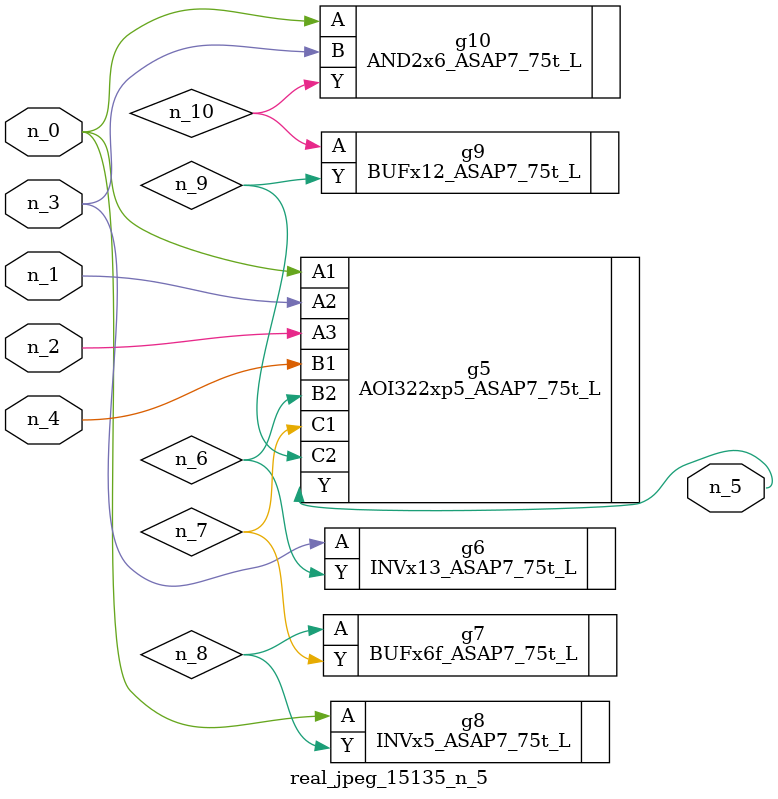
<source format=v>
module real_jpeg_15135_n_5 (n_4, n_0, n_1, n_2, n_3, n_5);

input n_4;
input n_0;
input n_1;
input n_2;
input n_3;

output n_5;

wire n_8;
wire n_6;
wire n_7;
wire n_10;
wire n_9;

AOI322xp5_ASAP7_75t_L g5 ( 
.A1(n_0),
.A2(n_1),
.A3(n_2),
.B1(n_4),
.B2(n_6),
.C1(n_7),
.C2(n_9),
.Y(n_5)
);

INVx5_ASAP7_75t_L g8 ( 
.A(n_0),
.Y(n_8)
);

AND2x6_ASAP7_75t_L g10 ( 
.A(n_0),
.B(n_3),
.Y(n_10)
);

INVx13_ASAP7_75t_L g6 ( 
.A(n_3),
.Y(n_6)
);

BUFx6f_ASAP7_75t_L g7 ( 
.A(n_8),
.Y(n_7)
);

BUFx12_ASAP7_75t_L g9 ( 
.A(n_10),
.Y(n_9)
);


endmodule
</source>
